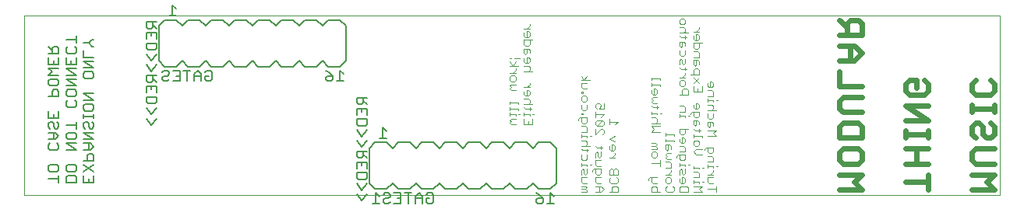
<source format=gbo>
G75*
%MOIN*%
%OFA0B0*%
%FSLAX24Y24*%
%IPPOS*%
%LPD*%
%AMOC8*
5,1,8,0,0,1.08239X$1,22.5*
%
%ADD10C,0.0000*%
%ADD11C,0.0080*%
%ADD12C,0.0030*%
%ADD13C,0.0060*%
%ADD14C,0.0240*%
%ADD15C,0.0050*%
D10*
X000100Y000668D02*
X000100Y008345D01*
X041832Y008345D01*
X041832Y000668D01*
X000100Y000668D01*
D11*
X005326Y003937D02*
X005536Y003657D01*
X005746Y003937D01*
X005536Y004117D02*
X005746Y004397D01*
X005536Y004117D02*
X005326Y004397D01*
X005396Y004578D02*
X005326Y004648D01*
X005326Y004858D01*
X005746Y004858D01*
X005746Y004648D01*
X005676Y004578D01*
X005396Y004578D01*
X005326Y005038D02*
X005326Y005318D01*
X005746Y005318D01*
X005746Y005038D01*
X005536Y005178D02*
X005536Y005318D01*
X005536Y005498D02*
X005396Y005498D01*
X005326Y005568D01*
X005326Y005779D01*
X005746Y005779D01*
X005606Y005779D02*
X005606Y005568D01*
X005536Y005498D01*
X005606Y005639D02*
X005746Y005498D01*
X005536Y005959D02*
X005746Y006239D01*
X005536Y005959D02*
X005326Y006239D01*
X005536Y006419D02*
X005746Y006699D01*
X005536Y006419D02*
X005326Y006699D01*
X005396Y006880D02*
X005326Y006950D01*
X005326Y007160D01*
X005746Y007160D01*
X005746Y006950D01*
X005676Y006880D01*
X005396Y006880D01*
X005326Y007340D02*
X005326Y007620D01*
X005746Y007620D01*
X005746Y007340D01*
X005536Y007480D02*
X005536Y007620D01*
X005536Y007800D02*
X005396Y007800D01*
X005326Y007870D01*
X005326Y008081D01*
X005746Y008081D01*
X005606Y008081D02*
X005606Y007870D01*
X005536Y007800D01*
X005606Y007940D02*
X005746Y007800D01*
X014326Y004831D02*
X014326Y004620D01*
X014396Y004550D01*
X014536Y004550D01*
X014606Y004620D01*
X014606Y004831D01*
X014746Y004831D02*
X014326Y004831D01*
X014606Y004690D02*
X014746Y004550D01*
X014746Y004370D02*
X014326Y004370D01*
X014326Y004090D01*
X014746Y004090D02*
X014746Y004370D01*
X014536Y004370D02*
X014536Y004230D01*
X014326Y003910D02*
X014746Y003910D01*
X014746Y003700D01*
X014676Y003630D01*
X014396Y003630D01*
X014326Y003700D01*
X014326Y003910D01*
X014326Y003449D02*
X014536Y003169D01*
X014746Y003449D01*
X014746Y002989D02*
X014536Y002709D01*
X014326Y002989D01*
X014326Y002529D02*
X014326Y002318D01*
X014396Y002248D01*
X014536Y002248D01*
X014606Y002318D01*
X014606Y002529D01*
X014746Y002529D02*
X014326Y002529D01*
X014606Y002389D02*
X014746Y002248D01*
X014746Y002068D02*
X014326Y002068D01*
X014326Y001788D01*
X014746Y001788D02*
X014746Y002068D01*
X014536Y002068D02*
X014536Y001928D01*
X014326Y001608D02*
X014746Y001608D01*
X014746Y001398D01*
X014676Y001328D01*
X014396Y001328D01*
X014326Y001398D01*
X014326Y001608D01*
X014326Y001147D02*
X014536Y000867D01*
X014746Y001147D01*
X014746Y000687D02*
X014536Y000407D01*
X014326Y000687D01*
D12*
X023913Y000790D02*
X024159Y000790D01*
X024159Y000852D01*
X024098Y000914D01*
X024159Y000975D01*
X024098Y001037D01*
X023913Y001037D01*
X023913Y000914D02*
X024098Y000914D01*
X024513Y001037D02*
X024759Y001037D01*
X024883Y000914D01*
X024759Y000790D01*
X024513Y000790D01*
X024698Y000790D02*
X024698Y001037D01*
X024759Y001158D02*
X024574Y001158D01*
X024513Y001220D01*
X024513Y001405D01*
X024759Y001405D01*
X024698Y001527D02*
X024574Y001527D01*
X024513Y001588D01*
X024513Y001774D01*
X024451Y001774D02*
X024759Y001774D01*
X024759Y001588D01*
X024698Y001527D01*
X025113Y001527D02*
X025113Y001712D01*
X025174Y001774D01*
X025236Y001774D01*
X025298Y001712D01*
X025298Y001527D01*
X025421Y001405D02*
X025483Y001344D01*
X025483Y001220D01*
X025421Y001158D01*
X025174Y001158D01*
X025113Y001220D01*
X025113Y001344D01*
X025174Y001405D01*
X025113Y001527D02*
X025483Y001527D01*
X025483Y001712D01*
X025421Y001774D01*
X025359Y001774D01*
X025298Y001712D01*
X024759Y001895D02*
X024574Y001895D01*
X024513Y001957D01*
X024513Y002142D01*
X024759Y002142D01*
X024698Y002263D02*
X024759Y002325D01*
X024759Y002510D01*
X024759Y002632D02*
X024759Y002755D01*
X024821Y002693D02*
X024574Y002693D01*
X024513Y002755D01*
X024283Y002754D02*
X023913Y002754D01*
X024098Y002754D02*
X024159Y002816D01*
X024159Y002940D01*
X024098Y003001D01*
X023913Y003001D01*
X023913Y003123D02*
X023913Y003246D01*
X023913Y003184D02*
X024159Y003184D01*
X024159Y003123D01*
X024283Y003184D02*
X024345Y003184D01*
X024513Y003246D02*
X024759Y003492D01*
X024821Y003492D01*
X024883Y003431D01*
X024883Y003307D01*
X024821Y003246D01*
X024513Y003246D02*
X024513Y003492D01*
X024574Y003614D02*
X024821Y003861D01*
X024574Y003861D01*
X024513Y003799D01*
X024513Y003676D01*
X024574Y003614D01*
X024821Y003614D01*
X024883Y003676D01*
X024883Y003799D01*
X024821Y003861D01*
X024759Y003982D02*
X024883Y004106D01*
X024513Y004106D01*
X024513Y004229D02*
X024513Y003982D01*
X024159Y003983D02*
X024159Y003798D01*
X024098Y003737D01*
X023974Y003737D01*
X023913Y003798D01*
X023913Y003983D01*
X023851Y003983D02*
X024159Y003983D01*
X023851Y003983D02*
X023789Y003922D01*
X023789Y003860D01*
X023913Y003615D02*
X024098Y003615D01*
X024159Y003553D01*
X024159Y003368D01*
X023913Y003368D01*
X025113Y003062D02*
X025359Y003185D01*
X025359Y002939D02*
X025113Y003062D01*
X025236Y002817D02*
X025236Y002570D01*
X025298Y002570D02*
X025359Y002632D01*
X025359Y002755D01*
X025298Y002817D01*
X025236Y002817D01*
X025113Y002755D02*
X025113Y002632D01*
X025174Y002570D01*
X025298Y002570D01*
X024636Y002449D02*
X024574Y002510D01*
X024513Y002449D01*
X024513Y002263D01*
X024636Y002325D02*
X024698Y002263D01*
X024636Y002325D02*
X024636Y002449D01*
X024159Y002509D02*
X024159Y002632D01*
X024221Y002571D02*
X023974Y002571D01*
X023913Y002632D01*
X023913Y002387D02*
X023913Y002202D01*
X023974Y002141D01*
X024098Y002141D01*
X024159Y002202D01*
X024159Y002387D01*
X025113Y002263D02*
X025359Y002263D01*
X025236Y002263D02*
X025359Y002387D01*
X025359Y002449D01*
X023913Y002018D02*
X023913Y001895D01*
X023913Y001957D02*
X024159Y001957D01*
X024159Y001895D01*
X024159Y001774D02*
X024159Y001588D01*
X024098Y001527D01*
X024036Y001588D01*
X024036Y001712D01*
X023974Y001774D01*
X023913Y001712D01*
X023913Y001527D01*
X023913Y001405D02*
X024159Y001405D01*
X023913Y001405D02*
X023913Y001220D01*
X023974Y001158D01*
X024159Y001158D01*
X025236Y000975D02*
X025236Y000790D01*
X025113Y000790D02*
X025483Y000790D01*
X025483Y000975D01*
X025421Y001037D01*
X025298Y001037D01*
X025236Y000975D01*
X026789Y001282D02*
X026789Y001344D01*
X026851Y001405D01*
X027159Y001405D01*
X026913Y001405D02*
X026913Y001220D01*
X026974Y001158D01*
X027159Y001158D01*
X027098Y001037D02*
X026974Y001037D01*
X026913Y000975D01*
X026913Y000790D01*
X027283Y000790D01*
X027159Y000790D02*
X027159Y000975D01*
X027098Y001037D01*
X027513Y000975D02*
X027574Y001037D01*
X027513Y000975D02*
X027513Y000852D01*
X027574Y000790D01*
X027821Y000790D01*
X027883Y000852D01*
X027883Y000975D01*
X027821Y001037D01*
X027698Y001158D02*
X027574Y001158D01*
X027513Y001220D01*
X027513Y001344D01*
X027574Y001405D01*
X027698Y001405D01*
X027759Y001344D01*
X027759Y001220D01*
X027698Y001158D01*
X028113Y001220D02*
X028174Y001158D01*
X028298Y001158D01*
X028359Y001220D01*
X028359Y001344D01*
X028298Y001405D01*
X028236Y001405D01*
X028236Y001158D01*
X028174Y001037D02*
X028421Y001037D01*
X028483Y000975D01*
X028483Y000790D01*
X028113Y000790D01*
X028113Y000975D01*
X028174Y001037D01*
X028713Y001037D02*
X029083Y001037D01*
X028959Y000914D01*
X029083Y000790D01*
X028713Y000790D01*
X029313Y000914D02*
X029683Y000914D01*
X029683Y001037D02*
X029683Y000790D01*
X029559Y001158D02*
X029374Y001158D01*
X029313Y001220D01*
X029313Y001405D01*
X029559Y001405D01*
X029559Y001527D02*
X029313Y001527D01*
X029436Y001527D02*
X029559Y001650D01*
X029559Y001712D01*
X028959Y001772D02*
X028959Y001834D01*
X028713Y001834D01*
X028713Y001772D02*
X028713Y001896D01*
X028545Y001957D02*
X028483Y001957D01*
X028359Y001957D02*
X028113Y001957D01*
X028113Y002018D02*
X028113Y001895D01*
X028174Y001774D02*
X028236Y001712D01*
X028236Y001588D01*
X028298Y001527D01*
X028359Y001588D01*
X028359Y001774D01*
X028359Y001895D02*
X028359Y001957D01*
X029083Y001834D02*
X029145Y001834D01*
X029313Y001834D02*
X029313Y001957D01*
X029313Y001895D02*
X029559Y001895D01*
X029559Y001834D01*
X029683Y001895D02*
X029745Y001895D01*
X029559Y002079D02*
X029559Y002264D01*
X029498Y002326D01*
X029313Y002326D01*
X029374Y002448D02*
X029313Y002509D01*
X029313Y002694D01*
X029251Y002694D02*
X029559Y002694D01*
X029559Y002509D01*
X029498Y002448D01*
X029374Y002448D01*
X029083Y002386D02*
X028836Y002386D01*
X028713Y002510D01*
X028836Y002633D01*
X029083Y002633D01*
X029189Y002633D02*
X029251Y002694D01*
X029189Y002633D02*
X029189Y002571D01*
X028959Y002816D02*
X028898Y002754D01*
X028774Y002754D01*
X028713Y002816D01*
X028713Y002940D01*
X028774Y003001D01*
X028898Y003001D01*
X028959Y002940D01*
X028959Y002816D01*
X028359Y002694D02*
X028298Y002756D01*
X028113Y002756D01*
X028174Y002877D02*
X028298Y002877D01*
X028359Y002939D01*
X028359Y003062D01*
X028298Y003124D01*
X028236Y003124D01*
X028236Y002877D01*
X028174Y002877D02*
X028113Y002939D01*
X028113Y003062D01*
X027883Y003000D02*
X027513Y003000D01*
X027513Y002939D02*
X027513Y003062D01*
X027513Y003184D02*
X027513Y003308D01*
X027513Y003246D02*
X027883Y003246D01*
X027883Y003184D01*
X028113Y003307D02*
X028174Y003246D01*
X028298Y003246D01*
X028359Y003307D01*
X028359Y003492D01*
X028483Y003492D02*
X028113Y003492D01*
X028113Y003307D01*
X028713Y003246D02*
X028713Y003123D01*
X028713Y003184D02*
X029083Y003184D01*
X029083Y003123D01*
X029313Y003184D02*
X029683Y003184D01*
X029559Y003308D01*
X029683Y003431D01*
X029313Y003431D01*
X029374Y003552D02*
X029436Y003614D01*
X029436Y003799D01*
X029498Y003799D02*
X029313Y003799D01*
X029313Y003614D01*
X029374Y003552D01*
X029559Y003614D02*
X029559Y003738D01*
X029498Y003799D01*
X028959Y003799D02*
X028959Y003676D01*
X028959Y003799D02*
X028898Y003861D01*
X028713Y003861D01*
X028713Y003676D01*
X028774Y003614D01*
X028836Y003676D01*
X028836Y003861D01*
X028898Y003982D02*
X028774Y003982D01*
X028713Y004044D01*
X028713Y004229D01*
X028651Y004229D02*
X028959Y004229D01*
X028959Y004044D01*
X028898Y003982D01*
X028545Y004044D02*
X028483Y004044D01*
X028589Y004106D02*
X028589Y004167D01*
X028651Y004229D01*
X028774Y004350D02*
X028898Y004350D01*
X028959Y004412D01*
X028959Y004536D01*
X028898Y004597D01*
X028836Y004597D01*
X028836Y004350D01*
X028774Y004350D02*
X028713Y004412D01*
X028713Y004536D01*
X028359Y004413D02*
X028298Y004475D01*
X028113Y004475D01*
X028359Y004413D02*
X028359Y004228D01*
X028113Y004228D01*
X028113Y004106D02*
X028113Y003982D01*
X028113Y004044D02*
X028359Y004044D01*
X028359Y003982D01*
X029313Y003982D02*
X029313Y004168D01*
X029559Y004168D02*
X029559Y003982D01*
X029498Y003921D01*
X029374Y003921D01*
X029313Y003982D01*
X029313Y004289D02*
X029683Y004289D01*
X029559Y004351D02*
X029559Y004474D01*
X029498Y004536D01*
X029313Y004536D01*
X029313Y004657D02*
X029313Y004781D01*
X029313Y004719D02*
X029559Y004719D01*
X029559Y004657D01*
X029683Y004719D02*
X029745Y004719D01*
X029559Y004903D02*
X029559Y005088D01*
X029498Y005150D01*
X029313Y005150D01*
X029374Y005271D02*
X029498Y005271D01*
X029559Y005333D01*
X029559Y005456D01*
X029498Y005518D01*
X029436Y005518D01*
X029436Y005271D01*
X029374Y005271D02*
X029313Y005333D01*
X029313Y005456D01*
X029083Y005334D02*
X029083Y005087D01*
X028713Y005087D01*
X028713Y005334D01*
X028713Y005455D02*
X028959Y005702D01*
X028959Y005824D02*
X028589Y005824D01*
X028713Y005824D02*
X028713Y006009D01*
X028774Y006071D01*
X028898Y006071D01*
X028959Y006009D01*
X028959Y005824D01*
X028713Y005702D02*
X028959Y005455D01*
X028359Y005518D02*
X028359Y005394D01*
X028298Y005333D01*
X028174Y005333D01*
X028113Y005394D01*
X028113Y005518D01*
X028174Y005580D01*
X028298Y005580D01*
X028359Y005518D01*
X028359Y005701D02*
X028113Y005701D01*
X028236Y005701D02*
X028359Y005824D01*
X028359Y005886D01*
X028359Y006008D02*
X028359Y006131D01*
X028421Y006070D02*
X028174Y006070D01*
X028113Y006131D01*
X028113Y006253D02*
X028113Y006439D01*
X028174Y006500D01*
X028236Y006439D01*
X028236Y006315D01*
X028298Y006253D01*
X028359Y006315D01*
X028359Y006500D01*
X028298Y006622D02*
X028174Y006622D01*
X028113Y006683D01*
X028113Y006869D01*
X028174Y006990D02*
X028236Y007052D01*
X028236Y007237D01*
X028298Y007237D02*
X028113Y007237D01*
X028113Y007052D01*
X028174Y006990D01*
X028359Y007052D02*
X028359Y007175D01*
X028298Y007237D01*
X028359Y007358D02*
X028359Y007482D01*
X028421Y007420D02*
X028174Y007420D01*
X028113Y007482D01*
X028113Y007604D02*
X028483Y007604D01*
X028359Y007666D02*
X028359Y007789D01*
X028298Y007851D01*
X028113Y007851D01*
X028174Y007972D02*
X028113Y008034D01*
X028113Y008157D01*
X028174Y008219D01*
X028298Y008219D01*
X028359Y008157D01*
X028359Y008034D01*
X028298Y007972D01*
X028174Y007972D01*
X028836Y007665D02*
X028959Y007789D01*
X028959Y007850D01*
X028959Y007665D02*
X028713Y007665D01*
X028359Y007666D02*
X028298Y007604D01*
X028713Y007482D02*
X028713Y007359D01*
X028774Y007297D01*
X028898Y007297D01*
X028959Y007359D01*
X028959Y007482D01*
X028898Y007544D01*
X028836Y007544D01*
X028836Y007297D01*
X028959Y007176D02*
X028959Y006990D01*
X028898Y006929D01*
X028774Y006929D01*
X028713Y006990D01*
X028713Y007176D01*
X029083Y007176D01*
X028359Y006869D02*
X028359Y006683D01*
X028298Y006622D01*
X028713Y006560D02*
X028959Y006560D01*
X028959Y006746D01*
X028898Y006807D01*
X028713Y006807D01*
X028713Y006439D02*
X028713Y006254D01*
X028774Y006192D01*
X028836Y006254D01*
X028836Y006439D01*
X028898Y006439D02*
X028713Y006439D01*
X028898Y006439D02*
X028959Y006377D01*
X028959Y006254D01*
X026913Y005702D02*
X026913Y005578D01*
X026913Y005640D02*
X027283Y005640D01*
X027283Y005578D01*
X027283Y005394D02*
X026913Y005394D01*
X026913Y005333D02*
X026913Y005456D01*
X027283Y005394D02*
X027283Y005333D01*
X027159Y005149D02*
X027098Y005211D01*
X027036Y005211D01*
X027036Y004964D01*
X026974Y004964D02*
X027098Y004964D01*
X027159Y005026D01*
X027159Y005149D01*
X026913Y005149D02*
X026913Y005026D01*
X026974Y004964D01*
X026974Y004843D02*
X027159Y004843D01*
X026974Y004843D02*
X026913Y004781D01*
X026974Y004719D01*
X026913Y004658D01*
X026974Y004596D01*
X027159Y004596D01*
X027159Y004474D02*
X027159Y004350D01*
X027221Y004412D02*
X026974Y004412D01*
X026913Y004474D01*
X026913Y004228D02*
X026913Y004105D01*
X026913Y004167D02*
X027159Y004167D01*
X027159Y004105D01*
X027283Y004167D02*
X027345Y004167D01*
X027159Y003922D02*
X027098Y003983D01*
X026913Y003983D01*
X027159Y003922D02*
X027159Y003798D01*
X027098Y003737D01*
X027283Y003737D02*
X026913Y003737D01*
X026913Y003615D02*
X027283Y003615D01*
X027036Y003492D02*
X026913Y003615D01*
X027036Y003492D02*
X026913Y003368D01*
X027283Y003368D01*
X028713Y003492D02*
X028774Y003430D01*
X029021Y003430D01*
X028959Y003368D02*
X028959Y003492D01*
X027883Y003000D02*
X027883Y002939D01*
X027159Y002817D02*
X027098Y002879D01*
X026913Y002879D01*
X026913Y002755D02*
X027098Y002755D01*
X027159Y002817D01*
X027098Y002755D02*
X027159Y002693D01*
X027159Y002632D01*
X026913Y002632D01*
X026974Y002510D02*
X027098Y002510D01*
X027159Y002449D01*
X027159Y002325D01*
X027098Y002263D01*
X026974Y002263D01*
X026913Y002325D01*
X026913Y002449D01*
X026974Y002510D01*
X027513Y002632D02*
X027574Y002570D01*
X027636Y002632D01*
X027636Y002817D01*
X027698Y002817D02*
X027513Y002817D01*
X027513Y002632D01*
X027759Y002632D02*
X027759Y002755D01*
X027698Y002817D01*
X028359Y002694D02*
X028359Y002509D01*
X028113Y002509D01*
X028113Y002387D02*
X028113Y002202D01*
X028174Y002141D01*
X028298Y002141D01*
X028359Y002202D01*
X028359Y002387D01*
X028051Y002387D01*
X027989Y002326D01*
X027989Y002264D01*
X027759Y002202D02*
X027574Y002202D01*
X027513Y002264D01*
X027574Y002325D01*
X027513Y002387D01*
X027574Y002449D01*
X027759Y002449D01*
X027283Y002142D02*
X027283Y001895D01*
X027513Y001834D02*
X027759Y001834D01*
X027759Y002019D01*
X027698Y002081D01*
X027513Y002081D01*
X027283Y002018D02*
X026913Y002018D01*
X028113Y001712D02*
X028174Y001774D01*
X028113Y001712D02*
X028113Y001527D01*
X027759Y001527D02*
X027513Y001527D01*
X027636Y001527D02*
X027759Y001650D01*
X027759Y001712D01*
X028713Y001651D02*
X028898Y001651D01*
X028959Y001589D01*
X028959Y001404D01*
X028713Y001404D01*
X028713Y001282D02*
X028713Y001158D01*
X028713Y001220D02*
X028959Y001220D01*
X028959Y001158D01*
X029083Y001220D02*
X029145Y001220D01*
X028113Y001220D02*
X028113Y001344D01*
X029313Y002079D02*
X029559Y002079D01*
X024451Y001774D02*
X024389Y001712D01*
X024389Y001650D01*
X024345Y001957D02*
X024283Y001957D01*
X025113Y003675D02*
X025113Y003922D01*
X025113Y003799D02*
X025483Y003799D01*
X025359Y003675D01*
X023974Y004105D02*
X023974Y004167D01*
X023913Y004167D01*
X023913Y004105D01*
X023974Y004105D01*
X023974Y004289D02*
X023913Y004351D01*
X023913Y004536D01*
X024159Y004536D02*
X024159Y004351D01*
X024098Y004289D01*
X023974Y004289D01*
X024513Y004412D02*
X024574Y004350D01*
X024513Y004412D02*
X024513Y004536D01*
X024574Y004597D01*
X024698Y004597D01*
X024759Y004536D01*
X024759Y004474D01*
X024698Y004350D01*
X024883Y004350D01*
X024883Y004597D01*
X024159Y004719D02*
X024098Y004657D01*
X023974Y004657D01*
X023913Y004719D01*
X023913Y004843D01*
X023974Y004904D01*
X024098Y004904D01*
X024159Y004843D01*
X024159Y004719D01*
X023974Y005026D02*
X023974Y005087D01*
X023913Y005087D01*
X023913Y005026D01*
X023974Y005026D01*
X023974Y005210D02*
X023913Y005272D01*
X023913Y005457D01*
X024159Y005457D01*
X024036Y005578D02*
X024159Y005763D01*
X024036Y005578D02*
X023913Y005763D01*
X023913Y005578D02*
X024283Y005578D01*
X024159Y005210D02*
X023974Y005210D01*
X021712Y005279D02*
X021465Y005279D01*
X021588Y005279D02*
X021712Y005402D01*
X021712Y005464D01*
X021112Y005403D02*
X020927Y005403D01*
X020865Y005341D01*
X020927Y005279D01*
X020865Y005218D01*
X020927Y005156D01*
X021112Y005156D01*
X021465Y005095D02*
X021465Y004972D01*
X021527Y004910D01*
X021650Y004910D01*
X021712Y004972D01*
X021712Y005095D01*
X021650Y005157D01*
X021588Y005157D01*
X021588Y004910D01*
X021650Y004789D02*
X021465Y004789D01*
X021650Y004789D02*
X021712Y004727D01*
X021712Y004604D01*
X021650Y004542D01*
X021712Y004420D02*
X021712Y004296D01*
X021774Y004358D02*
X021527Y004358D01*
X021465Y004420D01*
X021465Y004542D02*
X021835Y004542D01*
X021235Y004542D02*
X021235Y004604D01*
X020865Y004604D01*
X020865Y004665D02*
X020865Y004542D01*
X020865Y004420D02*
X020865Y004296D01*
X020865Y004358D02*
X021235Y004358D01*
X021235Y004296D01*
X021235Y004113D02*
X021297Y004113D01*
X021465Y004113D02*
X021712Y004113D01*
X021712Y004051D01*
X021835Y004113D02*
X021897Y004113D01*
X021465Y004051D02*
X021465Y004174D01*
X021112Y004113D02*
X021112Y004051D01*
X021112Y004113D02*
X020865Y004113D01*
X020865Y004174D02*
X020865Y004051D01*
X020927Y003929D02*
X021112Y003929D01*
X020927Y003929D02*
X020865Y003868D01*
X020927Y003806D01*
X020865Y003744D01*
X020927Y003683D01*
X021112Y003683D01*
X021465Y003683D02*
X021465Y003929D01*
X021835Y003929D02*
X021835Y003683D01*
X021465Y003683D01*
X021650Y003683D02*
X021650Y003806D01*
X028113Y004964D02*
X028483Y004964D01*
X028483Y005149D01*
X028421Y005211D01*
X028298Y005211D01*
X028236Y005149D01*
X028236Y004964D01*
X028898Y005087D02*
X028898Y005211D01*
X029313Y004903D02*
X029559Y004903D01*
X029559Y004351D02*
X029498Y004289D01*
X021835Y005954D02*
X021465Y005954D01*
X021650Y005954D02*
X021712Y006016D01*
X021712Y006139D01*
X021650Y006201D01*
X021465Y006201D01*
X021527Y006322D02*
X021650Y006322D01*
X021712Y006384D01*
X021712Y006507D01*
X021650Y006569D01*
X021588Y006569D01*
X021588Y006322D01*
X021527Y006322D02*
X021465Y006384D01*
X021465Y006507D01*
X021297Y006506D02*
X021050Y006506D01*
X020927Y006506D02*
X020865Y006506D01*
X020865Y006385D02*
X020988Y006199D01*
X021112Y006385D01*
X021235Y006199D02*
X020865Y006199D01*
X021112Y006078D02*
X021112Y006016D01*
X020988Y005892D01*
X020865Y005892D02*
X021112Y005892D01*
X021050Y005771D02*
X021112Y005709D01*
X021112Y005586D01*
X021050Y005524D01*
X020927Y005524D01*
X020865Y005586D01*
X020865Y005709D01*
X020927Y005771D01*
X021050Y005771D01*
X021527Y006691D02*
X021588Y006752D01*
X021588Y006937D01*
X021650Y006937D02*
X021465Y006937D01*
X021465Y006752D01*
X021527Y006691D01*
X021712Y006752D02*
X021712Y006876D01*
X021650Y006937D01*
X021650Y007059D02*
X021527Y007059D01*
X021465Y007121D01*
X021465Y007306D01*
X021835Y007306D01*
X021712Y007306D02*
X021712Y007121D01*
X021650Y007059D01*
X021650Y007427D02*
X021527Y007427D01*
X021465Y007489D01*
X021465Y007612D01*
X021588Y007674D02*
X021588Y007427D01*
X021650Y007427D02*
X021712Y007489D01*
X021712Y007612D01*
X021650Y007674D01*
X021588Y007674D01*
X021588Y007795D02*
X021712Y007919D01*
X021712Y007981D01*
X021712Y007795D02*
X021465Y007795D01*
D13*
X013850Y007918D02*
X013850Y006418D01*
X013600Y006168D01*
X013100Y006168D01*
X012850Y006418D01*
X012600Y006168D01*
X012100Y006168D01*
X011850Y006418D01*
X011600Y006168D01*
X011100Y006168D01*
X010850Y006418D01*
X010600Y006168D01*
X010100Y006168D01*
X009850Y006418D01*
X009600Y006168D01*
X009100Y006168D01*
X008850Y006418D01*
X008600Y006168D01*
X008100Y006168D01*
X007850Y006418D01*
X007600Y006168D01*
X007100Y006168D01*
X006850Y006418D01*
X006600Y006168D01*
X006100Y006168D01*
X005850Y006418D01*
X005850Y007918D01*
X006100Y008168D01*
X006600Y008168D01*
X006850Y007918D01*
X007100Y008168D01*
X007600Y008168D01*
X007850Y007918D01*
X008100Y008168D01*
X008600Y008168D01*
X008850Y007918D01*
X009100Y008168D01*
X009600Y008168D01*
X009850Y007918D01*
X010100Y008168D01*
X010600Y008168D01*
X010850Y007918D01*
X011100Y008168D01*
X011600Y008168D01*
X011850Y007918D01*
X012100Y008168D01*
X012600Y008168D01*
X012850Y007918D01*
X013100Y008168D01*
X013600Y008168D01*
X013850Y007918D01*
X003070Y007323D02*
X002997Y007323D01*
X002850Y007176D01*
X002630Y007176D01*
X002850Y007176D02*
X002997Y007029D01*
X003070Y007029D01*
X002630Y006862D02*
X002630Y006569D01*
X003070Y006569D01*
X003070Y006402D02*
X002630Y006402D01*
X003070Y006108D01*
X002630Y006108D01*
X002703Y005942D02*
X002997Y005942D01*
X003070Y005868D01*
X003070Y005721D01*
X002997Y005648D01*
X002703Y005648D01*
X002630Y005721D01*
X002630Y005868D01*
X002703Y005942D01*
X002320Y006095D02*
X001880Y006095D01*
X002320Y005802D01*
X001880Y005802D01*
X001570Y005802D02*
X001130Y005802D01*
X001277Y005948D01*
X001130Y006095D01*
X001570Y006095D01*
X001570Y006262D02*
X001130Y006262D01*
X001130Y006556D01*
X001350Y006409D02*
X001350Y006262D01*
X001570Y006262D02*
X001570Y006556D01*
X001880Y006556D02*
X001880Y006262D01*
X002320Y006262D01*
X002320Y006556D01*
X002100Y006409D02*
X002100Y006262D01*
X001953Y006722D02*
X001880Y006796D01*
X001880Y006942D01*
X001953Y007016D01*
X002247Y007016D02*
X002320Y006942D01*
X002320Y006796D01*
X002247Y006722D01*
X001953Y006722D01*
X001570Y006722D02*
X001570Y006942D01*
X001497Y007016D01*
X001350Y007016D01*
X001277Y006942D01*
X001277Y006722D01*
X001130Y006722D02*
X001570Y006722D01*
X001277Y006869D02*
X001130Y007016D01*
X002320Y007183D02*
X002320Y007476D01*
X002320Y007329D02*
X001880Y007329D01*
X001880Y005635D02*
X002320Y005635D01*
X002320Y005341D02*
X001880Y005635D01*
X001570Y005561D02*
X001497Y005635D01*
X001203Y005635D01*
X001130Y005561D01*
X001130Y005415D01*
X001203Y005341D01*
X001497Y005341D01*
X001570Y005415D01*
X001570Y005561D01*
X001880Y005341D02*
X002320Y005341D01*
X002247Y005174D02*
X001953Y005174D01*
X001880Y005101D01*
X001880Y004954D01*
X001953Y004881D01*
X002247Y004881D01*
X002320Y004954D01*
X002320Y005101D01*
X002247Y005174D01*
X002630Y005021D02*
X003070Y005021D01*
X003070Y004727D02*
X002630Y005021D01*
X001570Y005101D02*
X001570Y004881D01*
X001130Y004881D01*
X001277Y004881D02*
X001277Y005101D01*
X001350Y005174D01*
X001497Y005174D01*
X001570Y005101D01*
X001953Y004714D02*
X001880Y004641D01*
X001880Y004494D01*
X001953Y004420D01*
X002247Y004420D01*
X002320Y004494D01*
X002320Y004641D01*
X002247Y004714D01*
X002630Y004727D02*
X003070Y004727D01*
X002997Y004560D02*
X002703Y004560D01*
X002630Y004487D01*
X002630Y004340D01*
X002703Y004267D01*
X002997Y004267D01*
X003070Y004340D01*
X003070Y004487D01*
X002997Y004560D01*
X001570Y004254D02*
X001570Y003960D01*
X001130Y003960D01*
X001130Y004254D01*
X001350Y004107D02*
X001350Y003960D01*
X001277Y003793D02*
X001203Y003793D01*
X001130Y003720D01*
X001130Y003573D01*
X001203Y003500D01*
X001350Y003573D02*
X001350Y003720D01*
X001277Y003793D01*
X001497Y003793D02*
X001570Y003720D01*
X001570Y003573D01*
X001497Y003500D01*
X001424Y003500D01*
X001350Y003573D01*
X001880Y003646D02*
X002320Y003646D01*
X002320Y003500D02*
X002320Y003793D01*
X002630Y003720D02*
X002630Y003573D01*
X002703Y003500D01*
X002850Y003573D02*
X002924Y003500D01*
X002997Y003500D01*
X003070Y003573D01*
X003070Y003720D01*
X002997Y003793D01*
X002850Y003720D02*
X002777Y003793D01*
X002703Y003793D01*
X002630Y003720D01*
X002850Y003720D02*
X002850Y003573D01*
X002630Y003333D02*
X003070Y003333D01*
X003070Y003039D02*
X002630Y003333D01*
X002320Y003259D02*
X002247Y003333D01*
X001953Y003333D01*
X001880Y003259D01*
X001880Y003113D01*
X001953Y003039D01*
X002247Y003039D01*
X002320Y003113D01*
X002320Y003259D01*
X002630Y003039D02*
X003070Y003039D01*
X002924Y002872D02*
X002630Y002872D01*
X002850Y002872D02*
X002850Y002579D01*
X002924Y002579D02*
X003070Y002726D01*
X002924Y002872D01*
X002320Y002872D02*
X001880Y002872D01*
X002320Y002579D01*
X001880Y002579D01*
X001570Y002652D02*
X001497Y002579D01*
X001203Y002579D01*
X001130Y002652D01*
X001130Y002799D01*
X001203Y002872D01*
X001497Y002872D02*
X001570Y002799D01*
X001570Y002652D01*
X002630Y002579D02*
X002924Y002579D01*
X002997Y002412D02*
X002850Y002412D01*
X002777Y002339D01*
X002777Y002118D01*
X002630Y002118D02*
X003070Y002118D01*
X003070Y002339D01*
X002997Y002412D01*
X003070Y001952D02*
X002630Y001658D01*
X002630Y001952D02*
X003070Y001658D01*
X003070Y001491D02*
X003070Y001198D01*
X002630Y001198D01*
X002630Y001491D01*
X002320Y001418D02*
X002320Y001198D01*
X001880Y001198D01*
X001880Y001418D01*
X001953Y001491D01*
X002247Y001491D01*
X002320Y001418D01*
X002850Y001344D02*
X002850Y001198D01*
X001570Y001198D02*
X001570Y001491D01*
X001570Y001344D02*
X001130Y001344D01*
X001203Y001658D02*
X001130Y001731D01*
X001130Y001878D01*
X001203Y001952D01*
X001497Y001952D01*
X001570Y001878D01*
X001570Y001731D01*
X001497Y001658D01*
X001203Y001658D01*
X001880Y001731D02*
X001880Y001878D01*
X001953Y001952D01*
X002247Y001952D01*
X002320Y001878D01*
X002320Y001731D01*
X002247Y001658D01*
X001953Y001658D01*
X001880Y001731D01*
X001424Y003039D02*
X001130Y003039D01*
X001350Y003039D02*
X001350Y003333D01*
X001424Y003333D02*
X001130Y003333D01*
X001424Y003333D02*
X001570Y003186D01*
X001424Y003039D01*
X002630Y003960D02*
X002630Y004107D01*
X002630Y004033D02*
X003070Y004033D01*
X003070Y003960D02*
X003070Y004107D01*
X014850Y002668D02*
X015100Y002918D01*
X015600Y002918D01*
X015850Y002668D01*
X016100Y002918D01*
X016600Y002918D01*
X016850Y002668D01*
X017100Y002918D01*
X017600Y002918D01*
X017850Y002668D01*
X018100Y002918D01*
X018600Y002918D01*
X018850Y002668D01*
X019100Y002918D01*
X019600Y002918D01*
X019850Y002668D01*
X020100Y002918D01*
X020600Y002918D01*
X020850Y002668D01*
X021100Y002918D01*
X021600Y002918D01*
X021850Y002668D01*
X022100Y002918D01*
X022600Y002918D01*
X022850Y002668D01*
X022850Y001168D01*
X022600Y000918D01*
X022100Y000918D01*
X021850Y001168D01*
X021600Y000918D01*
X021100Y000918D01*
X020850Y001168D01*
X020600Y000918D01*
X020100Y000918D01*
X019850Y001168D01*
X019600Y000918D01*
X019100Y000918D01*
X018850Y001168D01*
X018600Y000918D01*
X018100Y000918D01*
X017850Y001168D01*
X017600Y000918D01*
X017100Y000918D01*
X016850Y001168D01*
X016600Y000918D01*
X016100Y000918D01*
X015850Y001168D01*
X015600Y000918D01*
X015100Y000918D01*
X014850Y001168D01*
X014850Y002668D01*
D14*
X034954Y002480D02*
X034954Y002160D01*
X035114Y002000D01*
X035754Y002000D01*
X035914Y002160D01*
X035914Y002480D01*
X035754Y002641D01*
X035114Y002641D01*
X034954Y002480D01*
X034954Y003105D02*
X034954Y003585D01*
X035114Y003746D01*
X035754Y003746D01*
X035914Y003585D01*
X035914Y003105D01*
X034954Y003105D01*
X037786Y003105D02*
X037786Y003425D01*
X037786Y003265D02*
X038746Y003265D01*
X038746Y003105D02*
X038746Y003425D01*
X038746Y003842D02*
X037786Y003842D01*
X037786Y004482D02*
X038746Y003842D01*
X040618Y003585D02*
X040618Y003265D01*
X040778Y003105D01*
X041098Y003265D02*
X041098Y003585D01*
X040938Y003746D01*
X040778Y003746D01*
X040618Y003585D01*
X041418Y003746D02*
X041578Y003585D01*
X041578Y003265D01*
X041418Y003105D01*
X041258Y003105D01*
X041098Y003265D01*
X040778Y002641D02*
X041578Y002641D01*
X040778Y002641D02*
X040618Y002480D01*
X040618Y002160D01*
X040778Y002000D01*
X041578Y002000D01*
X041578Y001536D02*
X040618Y001536D01*
X041258Y001215D02*
X041578Y001536D01*
X041258Y001215D02*
X041578Y000895D01*
X040618Y000895D01*
X038746Y000895D02*
X038746Y001536D01*
X038746Y001215D02*
X037786Y001215D01*
X035914Y000895D02*
X035594Y001215D01*
X035914Y001536D01*
X034954Y001536D01*
X034954Y000895D02*
X035914Y000895D01*
X037786Y002000D02*
X038746Y002000D01*
X038266Y002000D02*
X038266Y002641D01*
X038746Y002641D02*
X037786Y002641D01*
X035914Y004210D02*
X035114Y004210D01*
X034954Y004370D01*
X034954Y004690D01*
X035114Y004850D01*
X035914Y004850D01*
X035914Y005315D02*
X034954Y005315D01*
X034954Y005955D01*
X034954Y006420D02*
X035594Y006420D01*
X035914Y006740D01*
X035594Y007060D01*
X034954Y007060D01*
X035434Y007060D02*
X035434Y006420D01*
X037786Y005427D02*
X037946Y005587D01*
X038266Y005587D01*
X038266Y005267D01*
X038586Y004947D02*
X038746Y005107D01*
X038746Y005427D01*
X038586Y005587D01*
X037786Y005427D02*
X037786Y005107D01*
X037946Y004947D01*
X038586Y004947D01*
X038746Y004482D02*
X037786Y004482D01*
X040618Y004530D02*
X040618Y004210D01*
X040618Y004370D02*
X041578Y004370D01*
X041578Y004210D02*
X041578Y004530D01*
X041418Y004947D02*
X040778Y004947D01*
X040618Y005107D01*
X040618Y005427D01*
X040778Y005587D01*
X041418Y005587D02*
X041578Y005427D01*
X041578Y005107D01*
X041418Y004947D01*
X035914Y007525D02*
X034954Y007525D01*
X035274Y007525D02*
X035274Y008005D01*
X035434Y008165D01*
X035754Y008165D01*
X035914Y008005D01*
X035914Y007525D01*
X035274Y007845D02*
X034954Y008165D01*
D15*
X013746Y005843D02*
X013596Y005993D01*
X013596Y005543D01*
X013746Y005543D02*
X013446Y005543D01*
X013285Y005618D02*
X013210Y005543D01*
X013060Y005543D01*
X012985Y005618D01*
X012985Y005693D01*
X013060Y005768D01*
X013285Y005768D01*
X013285Y005618D01*
X013285Y005768D02*
X013135Y005918D01*
X012985Y005993D01*
X008127Y005918D02*
X008127Y005618D01*
X008052Y005543D01*
X007902Y005543D01*
X007827Y005618D01*
X007827Y005768D01*
X007977Y005768D01*
X008127Y005918D02*
X008052Y005993D01*
X007902Y005993D01*
X007827Y005918D01*
X007667Y005843D02*
X007516Y005993D01*
X007366Y005843D01*
X007366Y005543D01*
X007667Y005543D02*
X007667Y005843D01*
X007667Y005768D02*
X007366Y005768D01*
X007206Y005993D02*
X006906Y005993D01*
X007056Y005993D02*
X007056Y005543D01*
X006746Y005543D02*
X006446Y005543D01*
X006285Y005618D02*
X006210Y005543D01*
X006060Y005543D01*
X005985Y005618D01*
X005985Y005693D01*
X006060Y005768D01*
X006210Y005768D01*
X006285Y005843D01*
X006285Y005918D01*
X006210Y005993D01*
X006060Y005993D01*
X005985Y005918D01*
X006446Y005993D02*
X006746Y005993D01*
X006746Y005543D01*
X006746Y005768D02*
X006596Y005768D01*
X015435Y003543D02*
X015435Y003093D01*
X015585Y003093D02*
X015285Y003093D01*
X015585Y003393D02*
X015435Y003543D01*
X015521Y000743D02*
X015671Y000743D01*
X015746Y000668D01*
X015746Y000593D01*
X015671Y000518D01*
X015521Y000518D01*
X015446Y000443D01*
X015446Y000368D01*
X015521Y000293D01*
X015671Y000293D01*
X015746Y000368D01*
X015906Y000293D02*
X016206Y000293D01*
X016206Y000743D01*
X015906Y000743D01*
X015521Y000743D02*
X015446Y000668D01*
X015285Y000593D02*
X015135Y000743D01*
X015135Y000293D01*
X015285Y000293D02*
X014985Y000293D01*
X016056Y000518D02*
X016206Y000518D01*
X016827Y000518D02*
X017127Y000518D01*
X017127Y000593D02*
X016977Y000743D01*
X016827Y000593D01*
X016827Y000293D01*
X017127Y000293D02*
X017127Y000593D01*
X017287Y000668D02*
X017362Y000743D01*
X017512Y000743D01*
X017587Y000668D01*
X017587Y000368D01*
X017512Y000293D01*
X017362Y000293D01*
X017287Y000368D01*
X017287Y000518D01*
X017437Y000518D01*
X016516Y000293D02*
X016516Y000743D01*
X016366Y000743D02*
X016667Y000743D01*
X021985Y000743D02*
X022135Y000668D01*
X022285Y000518D01*
X022060Y000518D01*
X021985Y000443D01*
X021985Y000368D01*
X022060Y000293D01*
X022210Y000293D01*
X022285Y000368D01*
X022285Y000518D01*
X022596Y000743D02*
X022746Y000593D01*
X022596Y000743D02*
X022596Y000293D01*
X022746Y000293D02*
X022446Y000293D01*
X006585Y008343D02*
X006285Y008343D01*
X006435Y008343D02*
X006435Y008793D01*
X006585Y008643D01*
M02*

</source>
